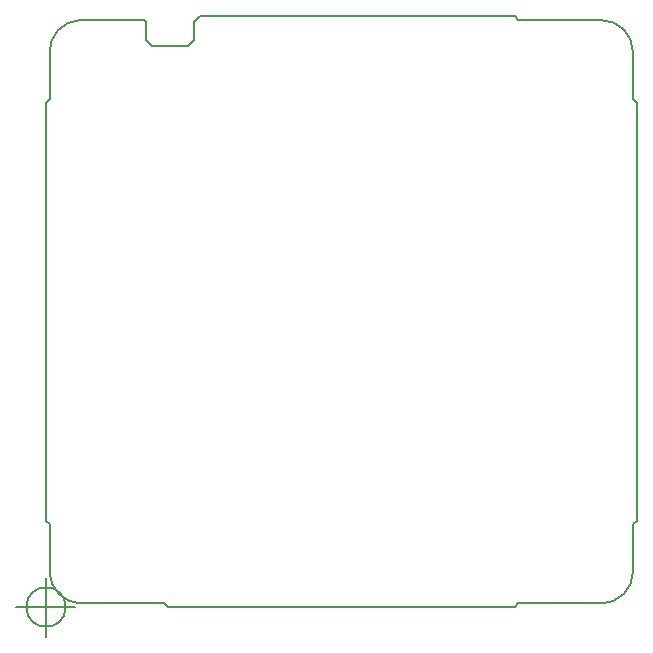
<source format=gm1>
G04 #@! TF.GenerationSoftware,KiCad,Pcbnew,(5.1.8-0-10_14)*
G04 #@! TF.CreationDate,2022-01-15T10:54:34+09:00*
G04 #@! TF.ProjectId,M5_DirectServo,4d355f44-6972-4656-9374-536572766f2e,v1.0*
G04 #@! TF.SameCoordinates,Original*
G04 #@! TF.FileFunction,Profile,NP*
%FSLAX46Y46*%
G04 Gerber Fmt 4.6, Leading zero omitted, Abs format (unit mm)*
G04 Created by KiCad (PCBNEW (5.1.8-0-10_14)) date 2022-01-15 10:54:34*
%MOMM*%
%LPD*%
G01*
G04 APERTURE LIST*
G04 #@! TA.AperFunction,Profile*
%ADD10C,0.150000*%
G04 #@! TD*
G04 APERTURE END LIST*
D10*
X154000000Y-99500000D02*
X154000000Y-116500000D01*
X143700000Y-83000000D02*
X117000000Y-83000000D01*
X154000000Y-90300000D02*
X154000000Y-99500000D01*
X144000000Y-83300000D02*
X143700000Y-83000000D01*
X151000000Y-83300000D02*
X144000000Y-83300000D01*
X153700000Y-90000000D02*
X154000000Y-90300000D01*
X153700000Y-86000000D02*
X153700000Y-90000000D01*
X153700000Y-86000000D02*
G75*
G03*
X151000000Y-83300000I-2700000J0D01*
G01*
X154000000Y-125700000D02*
X154000000Y-116500000D01*
X143700000Y-133000000D02*
X114300000Y-133000000D01*
X153700000Y-126000000D02*
X154000000Y-125700000D01*
X153700000Y-130000000D02*
X153700000Y-126000000D01*
X144000000Y-132700000D02*
X143700000Y-133000000D01*
X151000000Y-132700000D02*
X144000000Y-132700000D01*
X151000000Y-132700000D02*
G75*
G03*
X153700000Y-130000000I0J2700000D01*
G01*
X104000000Y-90300000D02*
X104000000Y-125700000D01*
X104300000Y-126000000D02*
X104000000Y-125700000D01*
X104300000Y-130000000D02*
X104300000Y-126000000D01*
X114000000Y-132700000D02*
X114300000Y-133000000D01*
X107000000Y-132700000D02*
X114000000Y-132700000D01*
X104300000Y-130000000D02*
G75*
G03*
X107000000Y-132700000I2700000J0D01*
G01*
X104300000Y-90000000D02*
X104000000Y-90300000D01*
X104300000Y-86100000D02*
X104300000Y-90000000D01*
X112300000Y-83300000D02*
X112500000Y-83500000D01*
X106900000Y-83300000D02*
X112300000Y-83300000D01*
X106900000Y-83300000D02*
G75*
G03*
X104300000Y-86100000I100000J-2700000D01*
G01*
X105666666Y-133000000D02*
G75*
G03*
X105666666Y-133000000I-1666666J0D01*
G01*
X101500000Y-133000000D02*
X106500000Y-133000000D01*
X104000000Y-130500000D02*
X104000000Y-135500000D01*
X116000000Y-85500000D02*
X116500000Y-85000000D01*
X112500000Y-85000000D02*
X113000000Y-85500000D01*
X116500000Y-85000000D02*
X116500000Y-83500000D01*
X113000000Y-85500000D02*
X116000000Y-85500000D01*
X112500000Y-83500000D02*
X112500000Y-85000000D01*
X116500000Y-83500000D02*
X117000000Y-83000000D01*
M02*

</source>
